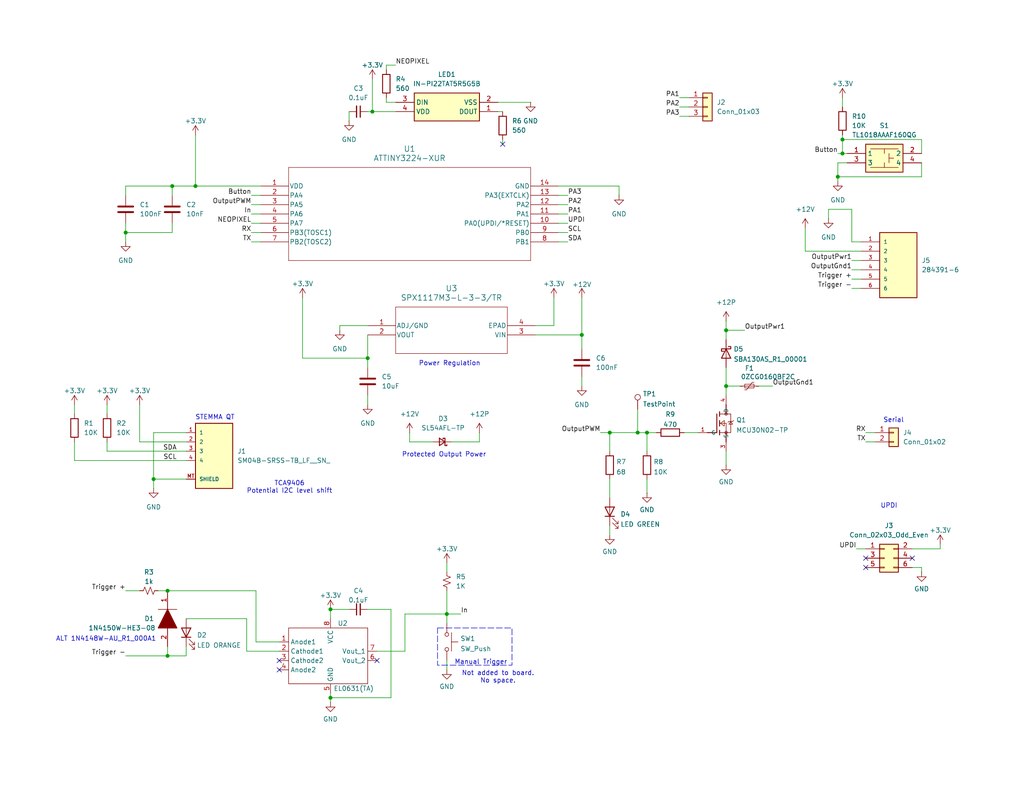
<source format=kicad_sch>
(kicad_sch (version 20231120) (generator "eeschema") (generator_version "8.0")
  (paper "USLetter")
  (title_block (title "Incipit11") (date "2025-03-05") (rev "A") (company "Department of Alchemy") (comment 1 "Designer: Jesse Peterson"))
  (lib_symbols
    (symbol "Connector:TestPoint" (pin_numbers hide) (pin_names (offset 0.762) hide)
      (property "Reference" "TP" (at 0 6.858 0))
      (property "Value" "TestPoint" (at 0 5.08 0))
      (symbol "TestPoint_0_1"
        (circle (center 0 3.302) (radius 0.762))
      )
      (symbol "TestPoint_1_1"
        (pin passive line (at 0 0 90) (length 2.54) (name "1") (number "1"))
      )
    )
    (symbol "Connector_Generic:Conn_01x02" (pin_names (offset 1.016) hide)
      (property "Reference" "J" (at 0 2.54 0))
      (property "Value" "Conn_01x02" (at 0 -5.08 0))
      (symbol "Conn_01x02_1_1"
        (rectangle (start -1.27 -2.413) (end 0 -2.667) (stroke (width 0.1524)))
        (rectangle (start -1.27 0.127) (end 0 -0.127) (stroke (width 0.1524)))
        (rectangle (start -1.27 1.27) (end 1.27 -3.81) (stroke (width 0.254)) (fill (type background)))
        (pin passive line (at -5.08 0 0) (length 3.81) (name "Pin_1") (number "1"))
        (pin passive line (at -5.08 -2.54 0) (length 3.81) (name "Pin_2") (number "2"))
      )
    )
    (symbol "Connector_Generic:Conn_01x03" (pin_names (offset 1.016) hide)
      (property "Reference" "J" (at 0 5.08 0))
      (property "Value" "Conn_01x03" (at 0 -5.08 0))
      (symbol "Conn_01x03_1_1"
        (rectangle (start -1.27 -2.413) (end 0 -2.667) (stroke (width 0.1524)))
        (rectangle (start -1.27 0.127) (end 0 -0.127) (stroke (width 0.1524)))
        (rectangle (start -1.27 2.667) (end 0 2.413) (stroke (width 0.1524)))
        (rectangle (start -1.27 3.81) (end 1.27 -3.81) (stroke (width 0.254)) (fill (type background)))
        (pin passive line (at -5.08 2.54 0) (length 3.81) (name "Pin_1") (number "1"))
        (pin passive line (at -5.08 0 0) (length 3.81) (name "Pin_2") (number "2"))
        (pin passive line (at -5.08 -2.54 0) (length 3.81) (name "Pin_3") (number "3"))
      )
    )
    (symbol "Connector_Generic:Conn_02x03_Odd_Even" (pin_names (offset 1.016) hide)
      (property "Reference" "J" (at 1.27 5.08 0))
      (property "Value" "Conn_02x03_Odd_Even" (at 1.27 -5.08 0))
      (symbol "Conn_02x03_Odd_Even_1_1"
        (rectangle (start -1.27 -2.413) (end 0 -2.667) (stroke (width 0.1524)))
        (rectangle (start -1.27 0.127) (end 0 -0.127) (stroke (width 0.1524)))
        (rectangle (start -1.27 2.667) (end 0 2.413) (stroke (width 0.1524)))
        (rectangle (start -1.27 3.81) (end 3.81 -3.81) (stroke (width 0.254)) (fill (type background)))
        (rectangle (start 3.81 -2.413) (end 2.54 -2.667) (stroke (width 0.1524)))
        (rectangle (start 3.81 0.127) (end 2.54 -0.127) (stroke (width 0.1524)))
        (rectangle (start 3.81 2.667) (end 2.54 2.413) (stroke (width 0.1524)))
        (pin passive line (at -5.08 2.54 0) (length 3.81) (name "Pin_1") (number "1"))
        (pin passive line (at 7.62 2.54 180) (length 3.81) (name "Pin_2") (number "2"))
        (pin passive line (at -5.08 0 0) (length 3.81) (name "Pin_3") (number "3"))
        (pin passive line (at 7.62 0 180) (length 3.81) (name "Pin_4") (number "4"))
        (pin passive line (at -5.08 -2.54 0) (length 3.81) (name "Pin_5") (number "5"))
        (pin passive line (at 7.62 -2.54 180) (length 3.81) (name "Pin_6") (number "6"))
      )
    )
    (symbol "Department of Alchemy:284391-6" (pin_names (offset 1.016))
      (property "Reference" "J" (at -5.58 10.16 0))
      (property "Value" "284391-6" (at -5.08 -10.16 0))
      (symbol "284391-6_0_0"
        (rectangle (start -5.08 -7.62) (end 5.08 10.16) (stroke (width 0.254)) (fill (type background)))
        (pin passive line (at -10.16 7.62 0) (length 5.08) (name "1") (number "1"))
        (pin passive line (at -10.16 5.08 0) (length 5.08) (name "2") (number "2"))
        (pin passive line (at -10.16 2.54 0) (length 5.08) (name "3") (number "3"))
        (pin passive line (at -10.16 0 0) (length 5.08) (name "4") (number "4"))
        (pin passive line (at -10.16 -2.54 0) (length 5.08) (name "5") (number "5"))
        (pin passive line (at -10.16 -5.08 0) (length 5.08) (name "6") (number "6"))
      )
    )
    (symbol "Department of Alchemy:ATTINY3224-XUR" (pin_names (offset 0.254))
      (property "Reference" "U" (at 40.64 10.16 0))
      (property "Value" "ATTINY3224-XUR" (at 40.64 7.62 0))
      (symbol "ATTINY3224-XUR_0_1"
        (polyline (pts (xy 7.62 -20.32) (xy 73.66 -20.32)) (stroke (width 0.127)))
        (polyline (pts (xy 7.62 5.08) (xy 7.62 -20.32)) (stroke (width 0.127)))
        (polyline (pts (xy 73.66 -20.32) (xy 73.66 5.08)) (stroke (width 0.127)))
        (polyline (pts (xy 73.66 5.08) (xy 7.62 5.08)) (stroke (width 0.127)))
        (pin power_in line (at 0 0 0) (length 7.62) (name "VDD") (number "1"))
        (pin bidirectional line (at 81.28 -10.16 180) (length 7.62) (name "PA0(UPDI/*RESET)") (number "10"))
        (pin bidirectional line (at 81.28 -7.62 180) (length 7.62) (name "PA1") (number "11"))
        (pin bidirectional line (at 81.28 -5.08 180) (length 7.62) (name "PA2") (number "12"))
        (pin bidirectional line (at 81.28 -2.54 180) (length 7.62) (name "PA3(EXTCLK)") (number "13"))
        (pin power_out line (at 81.28 0 180) (length 7.62) (name "GND") (number "14"))
        (pin bidirectional line (at 0 -2.54 0) (length 7.62) (name "PA4") (number "2"))
        (pin bidirectional line (at 0 -5.08 0) (length 7.62) (name "PA5") (number "3"))
        (pin bidirectional line (at 0 -7.62 0) (length 7.62) (name "PA6") (number "4"))
        (pin bidirectional line (at 0 -10.16 0) (length 7.62) (name "PA7") (number "5"))
        (pin bidirectional line (at 0 -12.7 0) (length 7.62) (name "PB3(TOSC1)") (number "6"))
        (pin bidirectional line (at 0 -15.24 0) (length 7.62) (name "PB2(TOSC2)") (number "7"))
        (pin bidirectional line (at 81.28 -15.24 180) (length 7.62) (name "PB1") (number "8"))
        (pin bidirectional line (at 81.28 -12.7 180) (length 7.62) (name "PB0") (number "9"))
      )
    )
    (symbol "Department of Alchemy:IN-PI22TAT5R5G5B"
      (property "Reference" "LED" (at 24.13 7.62 0))
      (property "Value" "IN-PI22TAT5R5G5B" (at 24.13 5.08 0))
      (symbol "IN-PI22TAT5R5G5B_1_1"
        (rectangle (start 5.08 2.54) (end 22.86 -5.08) (stroke (width 0.254)) (fill (type background)))
        (pin passive line (at 27.94 -2.54 180) (length 5.08) (name "DOUT") (number "1"))
        (pin passive line (at 27.94 0 180) (length 5.08) (name "VSS") (number "2"))
        (pin passive line (at 0 0 0) (length 5.08) (name "DIN") (number "3"))
        (pin passive line (at 0 -2.54 0) (length 5.08) (name "VDD") (number "4"))
      )
    )
    (symbol "Department of Alchemy:SM04B-SRSS-TB_LF__SN_" (pin_names (offset 1.016))
      (property "Reference" "J" (at -5.0831 8.1433 0))
      (property "Value" "SM04B-SRSS-TB_LF__SN_" (at -5.0835 -11.9557 0))
      (symbol "SM04B-SRSS-TB_LF__SN__0_0"
        (rectangle (start -5.08 7.62) (end 5.08 -10.16) (stroke (width 0.254)) (fill (type background)))
        (pin passive line (at -7.62 5.08 0) (length 2.54) (name "1") (number "1"))
        (pin passive line (at -7.62 2.54 0) (length 2.54) (name "2") (number "2"))
        (pin passive line (at -7.62 0 0) (length 2.54) (name "3") (number "3"))
        (pin passive line (at -7.62 -2.54 0) (length 2.54) (name "4") (number "4"))
      )
      (symbol "SM04B-SRSS-TB_LF__SN__1_0"
        (pin passive line (at -7.62 -7.62 0) (length 2.54) (name "SHIELD") (number "MT"))
        (pin passive line (at -7.62 -7.62 0) (length 2.54) (name "SHIELD") (number "MT"))
      )
    )
    (symbol "Department of Alchemy:SPX1117M3-L-3-3_TR" (pin_names (offset 0.254))
      (property "Reference" "U" (at 22.86 10.16 0))
      (property "Value" "SPX1117M3-L-3-3/TR" (at 22.86 7.62 0))
      (symbol "SPX1117M3-L-3-3_TR_0_1"
        (polyline (pts (xy 7.62 -7.62) (xy 38.1 -7.62)) (stroke (width 0.127)))
        (polyline (pts (xy 7.62 5.08) (xy 7.62 -7.62)) (stroke (width 0.127)))
        (polyline (pts (xy 38.1 -7.62) (xy 38.1 5.08)) (stroke (width 0.127)))
        (polyline (pts (xy 38.1 5.08) (xy 7.62 5.08)) (stroke (width 0.127)))
        (pin power_out line (at 0 0 0) (length 7.62) (name "ADJ/GND") (number "1"))
        (pin output line (at 0 -2.54 0) (length 7.62) (name "VOUT") (number "2"))
        (pin unspecified line (at 45.72 -2.54 180) (length 7.62) (name "VIN") (number "3"))
        (pin unspecified line (at 45.72 0 180) (length 7.62) (name "EPAD") (number "4"))
      )
    )
    (symbol "Department of Alchemy:TL1018AAAF160QG"
      (property "Reference" "S" (at 16.51 7.62 0))
      (property "Value" "TL1018AAAF160QG" (at 16.51 5.08 0))
      (symbol "TL1018AAAF160QG_0_1"
        (polyline (pts (xy 6.35 -3.81) (xy 13.97 -3.81) (xy 10.16 -3.81) (xy 10.16 -2.54)))
        (polyline (pts (xy 6.35 1.27) (xy 13.97 1.27) (xy 10.16 1.27) (xy 10.16 0)))
        (polyline (pts (xy 11.43 0) (xy 11.43 -2.54) (xy 11.43 -1.27) (xy 12.7 -1.27)))
      )
      (symbol "TL1018AAAF160QG_1_1"
        (rectangle (start 5.08 2.54) (end 15.24 -5.08) (stroke (width 0.254)) (fill (type background)))
        (pin passive line (at 0 0 0) (length 5.08) (name "1") (number "1"))
        (pin passive line (at 20.32 0 180) (length 5.08) (name "2") (number "2"))
        (pin passive line (at 0 -2.54 0) (length 5.08) (name "3") (number "3"))
        (pin passive line (at 20.32 -2.54 180) (length 5.08) (name "4") (number "4"))
      )
    )
    (symbol "Device:C" (pin_numbers hide) (pin_names (offset 0.254))
      (property "Reference" "C" (at 0.635 2.54 0))
      (property "Value" "C" (at 0.635 -2.54 0))
      (symbol "C_0_1"
        (polyline (pts (xy -2.032 -0.762) (xy 2.032 -0.762)) (stroke (width 0.508)))
        (polyline (pts (xy -2.032 0.762) (xy 2.032 0.762)) (stroke (width 0.508)))
      )
      (symbol "C_1_1"
        (pin passive line (at 0 3.81 270) (length 2.794) (name "~") (number "1"))
        (pin passive line (at 0 -3.81 90) (length 2.794) (name "~") (number "2"))
      )
    )
    (symbol "Device:C_Small" (pin_numbers hide) (pin_names (offset 0.254) hide)
      (property "Reference" "C" (at 0.254 1.778 0))
      (property "Value" "C_Small" (at 0.254 -2.032 0))
      (symbol "C_Small_0_1"
        (polyline (pts (xy -1.524 -0.508) (xy 1.524 -0.508)) (stroke (width 0.3302)))
        (polyline (pts (xy -1.524 0.508) (xy 1.524 0.508)) (stroke (width 0.3048)))
      )
      (symbol "C_Small_1_1"
        (pin passive line (at 0 2.54 270) (length 2.032) (name "~") (number "1"))
        (pin passive line (at 0 -2.54 90) (length 2.032) (name "~") (number "2"))
      )
    )
    (symbol "Device:D_Schottky" (pin_numbers hide) (pin_names (offset 1.016) hide)
      (property "Reference" "D" (at 0 2.54 0))
      (property "Value" "D_Schottky" (at 0 -2.54 0))
      (symbol "D_Schottky_0_1"
        (polyline (pts (xy 1.27 0) (xy -1.27 0)))
        (polyline (pts (xy 1.27 1.27) (xy 1.27 -1.27) (xy -1.27 0) (xy 1.27 1.27)) (stroke (width 0.254)))
        (polyline (pts (xy -1.905 0.635) (xy -1.905 1.27) (xy -1.27 1.27) (xy -1.27 -1.27) (xy -0.635 -1.27) (xy -0.635 -0.635)) (stroke (width 0.254)))
      )
      (symbol "D_Schottky_1_1"
        (pin passive line (at -3.81 0 0) (length 2.54) (name "K") (number "1"))
        (pin passive line (at 3.81 0 180) (length 2.54) (name "A") (number "2"))
      )
    )
    (symbol "Device:D_Schottky_Small" (pin_numbers hide) (pin_names (offset 0.254) hide)
      (property "Reference" "D" (at -1.27 2.032 0))
      (property "Value" "D_Schottky_Small" (at -7.112 -2.032 0))
      (symbol "D_Schottky_Small_0_1"
        (polyline (pts (xy -0.762 0) (xy 0.762 0)))
        (polyline (pts (xy 0.762 -1.016) (xy -0.762 0) (xy 0.762 1.016) (xy 0.762 -1.016)) (stroke (width 0.254)))
        (polyline (pts (xy -1.27 0.762) (xy -1.27 1.016) (xy -0.762 1.016) (xy -0.762 -1.016) (xy -0.254 -1.016) (xy -0.254 -0.762)) (stroke (width 0.254)))
      )
      (symbol "D_Schottky_Small_1_1"
        (pin passive line (at -2.54 0 0) (length 1.778) (name "K") (number "1"))
        (pin passive line (at 2.54 0 180) (length 1.778) (name "A") (number "2"))
      )
    )
    (symbol "Device:LED" (pin_numbers hide) (pin_names (offset 1.016) hide)
      (property "Reference" "D" (at 0 2.54 0))
      (property "Value" "LED" (at 0 -2.54 0))
      (symbol "LED_0_1"
        (polyline (pts (xy -1.27 -1.27) (xy -1.27 1.27)) (stroke (width 0.254)))
        (polyline (pts (xy -1.27 0) (xy 1.27 0)))
        (polyline (pts (xy 1.27 -1.27) (xy 1.27 1.27) (xy -1.27 0) (xy 1.27 -1.27)) (stroke (width 0.254)))
        (polyline (pts (xy -3.048 -0.762) (xy -4.572 -2.286) (xy -3.81 -2.286) (xy -4.572 -2.286) (xy -4.572 -1.524)))
        (polyline (pts (xy -1.778 -0.762) (xy -3.302 -2.286) (xy -2.54 -2.286) (xy -3.302 -2.286) (xy -3.302 -1.524)))
      )
      (symbol "LED_1_1"
        (pin passive line (at -3.81 0 0) (length 2.54) (name "K") (number "1"))
        (pin passive line (at 3.81 0 180) (length 2.54) (name "A") (number "2"))
      )
    )
    (symbol "Device:Polyfuse_Small" (pin_numbers hide) (pin_names (offset 0))
      (property "Reference" "F" (at -1.905 0 90))
      (property "Value" "Polyfuse_Small" (at 1.905 0 90))
      (symbol "Polyfuse_Small_0_1"
        (rectangle (start -0.508 1.27) (end 0.508 -1.27))
        (polyline (pts (xy 0 2.54) (xy 0 -2.54)))
        (polyline (pts (xy -1.016 1.27) (xy -1.016 0.762) (xy 1.016 -0.762) (xy 1.016 -1.27)))
      )
      (symbol "Polyfuse_Small_1_1"
        (pin passive line (at 0 2.54 270) (length 0.635) (name "~") (number "1"))
        (pin passive line (at 0 -2.54 90) (length 0.635) (name "~") (number "2"))
      )
    )
    (symbol "Device:R" (pin_numbers hide) (pin_names (offset 0))
      (property "Reference" "R" (at 2.032 0 90))
      (property "Value" "R" (at 0 0 90))
      (symbol "R_0_1"
        (rectangle (start -1.016 -2.54) (end 1.016 2.54) (stroke (width 0.254)))
      )
      (symbol "R_1_1"
        (pin passive line (at 0 3.81 270) (length 1.27) (name "~") (number "1"))
        (pin passive line (at 0 -3.81 90) (length 1.27) (name "~") (number "2"))
      )
    )
    (symbol "Device:R_Small_US" (pin_numbers hide) (pin_names (offset 0.254) hide)
      (property "Reference" "R" (at 0.762 0.508 0))
      (property "Value" "R_Small_US" (at 0.762 -1.016 0))
      (symbol "R_Small_US_1_1"
        (polyline (pts (xy 0 0) (xy 1.016 -0.381) (xy 0 -0.762) (xy -1.016 -1.143) (xy 0 -1.524)))
        (polyline (pts (xy 0 1.524) (xy 1.016 1.143) (xy 0 0.762) (xy -1.016 0.381) (xy 0 0)))
        (pin passive line (at 0 2.54 270) (length 1.016) (name "~") (number "1"))
        (pin passive line (at 0 -2.54 90) (length 1.016) (name "~") (number "2"))
      )
    )
    (symbol "EL0631(TA)_1"
      (property "Reference" "U" (at -10.16 -8.89 0))
      (property "Value" "EL0631(TA)" (at 6.35 -8.89 0))
      (symbol "EL0631(TA)_1_0_1"
        (rectangle (start -11.43 7.62) (end 10.16 -7.62))
      )
      (symbol "EL0631(TA)_1_1_1"
        (pin input line (at -13.97 3.81 0) (length 2.54) (name "Anode1") (number "1"))
        (pin input line (at -13.97 1.27 0) (length 2.54) (name "Cathode1") (number "2"))
        (pin input line (at -13.97 -1.27 0) (length 2.54) (name "Cathode2") (number "3"))
        (pin input line (at -13.97 -3.81 0) (length 2.54) (name "Anode2") (number "4"))
        (pin power_in line (at 0 -10.16 90) (length 2.54) (name "GND") (number "5"))
        (pin input line (at 12.7 -1.27 180) (length 2.54) (name "Vout_2") (number "6"))
        (pin input line (at 12.7 1.27 180) (length 2.54) (name "Vout_1") (number "7"))
        (pin power_in line (at 0 10.16 270) (length 2.54) (name "VCC") (number "8"))
      )
    )
    (symbol "Switch:SW_Push" (pin_numbers hide) (pin_names (offset 1.016) hide)
      (property "Reference" "SW" (at 1.27 2.54 0))
      (property "Value" "SW_Push" (at 0 -1.524 0))
      (symbol "SW_Push_0_1"
        (circle (center -2.032 0) (radius 0.508))
        (polyline (pts (xy 0 1.27) (xy 0 3.048)))
        (polyline (pts (xy 2.54 1.27) (xy -2.54 1.27)))
        (circle (center 2.032 0) (radius 0.508))
        (pin passive line (at -5.08 0 0) (length 2.54) (name "1") (number "1"))
        (pin passive line (at 5.08 0 180) (length 2.54) (name "2") (number "2"))
      )
    )
    (symbol "doa-symbol-library:FQD13N06LTM" (pin_names (offset 1.016))
      (property "Reference" "Q" (at 6.35 0 0))
      (property "Value" "FQD13N06LTM" (at 6.35 -2.54 0))
      (symbol "FQD13N06LTM_0_0"
        (polyline (pts (xy -2.54 -2.54) (xy 0 -2.54)) (stroke (width 0.254)))
        (polyline (pts (xy 0 2.54) (xy 0 -2.54)) (stroke (width 0.254)))
        (polyline (pts (xy 0.762 -2.54) (xy 0.762 -3.175)) (stroke (width 0.254)))
        (polyline (pts (xy 0.762 -1.905) (xy 0.762 -2.54)) (stroke (width 0.254)))
        (polyline (pts (xy 0.762 0) (xy 0.762 -0.762)) (stroke (width 0.254)))
        (polyline (pts (xy 0.762 0) (xy 2.54 0)) (stroke (width 0.1524)))
        (polyline (pts (xy 0.762 0.762) (xy 0.762 0)) (stroke (width 0.254)))
        (polyline (pts (xy 0.762 2.54) (xy 0.762 1.905)) (stroke (width 0.254)))
        (polyline (pts (xy 0.762 2.54) (xy 2.54 2.54)) (stroke (width 0.1524)))
        (polyline (pts (xy 0.762 3.175) (xy 0.762 2.54)) (stroke (width 0.254)))
        (polyline (pts (xy 2.54 -2.54) (xy 0.762 -2.54)) (stroke (width 0.1524)))
        (polyline (pts (xy 2.54 -2.54) (xy 2.54 -5.08)) (stroke (width 0.254)))
        (polyline (pts (xy 2.54 -2.54) (xy 3.81 -2.54)) (stroke (width 0.1524)))
        (polyline (pts (xy 2.54 0) (xy 2.54 -2.54)) (stroke (width 0.1524)))
        (polyline (pts (xy 2.54 2.54) (xy 3.81 2.54)) (stroke (width 0.1524)))
        (polyline (pts (xy 2.54 5.08) (xy 2.54 2.54)) (stroke (width 0.254)))
        (polyline (pts (xy 3.302 0.508) (xy 3.048 0.254)) (stroke (width 0.1524)))
        (polyline (pts (xy 3.81 0.508) (xy 3.302 0.508)) (stroke (width 0.1524)))
        (polyline (pts (xy 3.81 0.508) (xy 3.81 -2.54)) (stroke (width 0.1524)))
        (polyline (pts (xy 3.81 2.54) (xy 3.81 0.508)) (stroke (width 0.1524)))
        (polyline (pts (xy 4.318 0.508) (xy 3.81 0.508)) (stroke (width 0.1524)))
        (polyline (pts (xy 4.572 0.762) (xy 4.318 0.508)) (stroke (width 0.1524)))
        (polyline (pts (xy 1.016 0) (xy 2.032 0.762) (xy 2.032 -0.762) (xy 1.016 0)) (stroke (width 0.1524)) (fill (type background)))
        (polyline (pts (xy 3.81 0.508) (xy 3.302 -0.254) (xy 4.318 -0.254) (xy 3.81 0.508)) (stroke (width 0.1524)) (fill (type background)))
        (circle (center 2.54 -2.54) (radius 0.3556))
        (circle (center 2.54 2.54) (radius 0.3556))
        (pin passive line (at -5.08 -2.54 0) (length 2.54) (name "G") (number "1"))
        (pin passive line (at 2.54 -7.62 90) (length 2.54) (name "S") (number "3"))
        (pin passive line (at 2.54 7.62 270) (length 2.54) (name "D") (number "4"))
      )
    )
    (symbol "doa-symbol-library:S1GTR" (pin_names (offset 0.762))
      (property "Reference" "D" (at 6.35 6.35 0))
      (property "Value" "S1GTR" (at 6.35 3.81 0))
      (symbol "S1GTR_0_0"
        (pin passive line (at 0 0 0) (length 5.08) (name "~") (number "1"))
        (pin passive line (at 15.24 0 180) (length 5.08) (name "~") (number "2"))
      )
      (symbol "S1GTR_0_1"
        (polyline (pts (xy 5.08 2.54) (xy 5.08 -2.54)) (stroke (width 0.1524)))
        (polyline (pts (xy 5.08 0) (xy 10.16 2.54) (xy 10.16 -2.54) (xy 5.08 0)) (stroke (width 0.254)) (fill (type outline)))
      )
    )
    (symbol "power:+12P" (power) (pin_numbers hide) (pin_names (offset 0) hide)
      (property "Value" "+12P" (at 0 3.556 0))
      (symbol "+12P_0_1"
        (polyline (pts (xy -0.762 1.27) (xy 0 2.54)))
        (polyline (pts (xy 0 0) (xy 0 2.54)))
        (polyline (pts (xy 0 2.54) (xy 0.762 1.27)))
      )
      (symbol "+12P_1_1"
        (pin power_in line (at 0 0 90) (length 0) (name "~") (number "1"))
      )
    )
    (symbol "power:+12V" (power) (pin_numbers hide) (pin_names (offset 0) hide)
      (property "Value" "+12V" (at 0 3.556 0))
      (symbol "+12V_0_1"
        (polyline (pts (xy -0.762 1.27) (xy 0 2.54)))
        (polyline (pts (xy 0 0) (xy 0 2.54)))
        (polyline (pts (xy 0 2.54) (xy 0.762 1.27)))
      )
      (symbol "+12V_1_1"
        (pin power_in line (at 0 0 90) (length 0) (name "~") (number "1"))
      )
    )
    (symbol "power:+3.3V" (power) (pin_names (offset 0))
      (property "Value" "+3.3V" (at 0 3.556 0))
      (symbol "+3.3V_0_1"
        (polyline (pts (xy -0.762 1.27) (xy 0 2.54)))
        (polyline (pts (xy 0 0) (xy 0 2.54)))
        (polyline (pts (xy 0 2.54) (xy 0.762 1.27)))
      )
      (symbol "+3.3V_1_1"
        (pin power_in line (at 0 0 90) (length 0) hide (name "+3V3") (number "1"))
      )
    )
    (symbol "power:GND" (power) (pin_numbers hide) (pin_names (offset 0) hide)
      (property "Value" "GND" (at 0 -3.81 0))
      (symbol "GND_0_1"
        (polyline (pts (xy 0 0) (xy 0 -1.27) (xy 1.27 -1.27) (xy 0 -2.54) (xy -1.27 -1.27) (xy 0 -1.27)))
      )
      (symbol "GND_1_1"
        (pin power_in line (at 0 0 270) (length 0) (name "~") (number "1"))
      )
    )
  )
  (junction (at 173.99 118.11))
  (junction (at 41.91 130.81))
  (junction (at 90.17 190.5))
  (junction (at 90.17 166.37))
  (junction (at 34.29 63.5))
  (junction (at 166.37 118.11))
  (junction (at 176.53 118.11))
  (junction (at 158.75 91.44))
  (junction (at 46.99 50.8))
  (junction (at 45.72 179.07))
  (junction (at 198.12 90.17))
  (junction (at 45.72 161.29))
  (junction (at 100.33 97.79))
  (junction (at 101.6 30.48))
  (junction (at 198.12 105.41))
  (junction (at 121.92 167.64))
  (junction (at 53.34 50.8))
  (junction (at 228.6 48.26))
  (junction (at 229.87 41.91))
  (junction (at 229.87 38.1))
  (no_connect (at 76.2 180.34))
  (no_connect (at 236.22 154.94))
  (no_connect (at 76.2 182.88))
  (no_connect (at 248.92 152.4))
  (no_connect (at 102.87 180.34))
  (no_connect (at 236.22 152.4))
  (no_connect (at 137.16 39.37))
  (wire (pts (xy 158.75 91.44) (xy 158.75 81.28)))
  (wire (pts (xy 90.17 166.37) (xy 90.17 168.91)))
  (wire (pts (xy 34.29 63.5) (xy 34.29 66.04)))
  (wire (pts (xy 219.71 68.58) (xy 219.71 62.23)))
  (wire (pts (xy 105.41 27.94) (xy 107.95 27.94)))
  (wire (pts (xy 46.99 60.96) (xy 46.99 63.5)))
  (wire (pts (xy 101.6 21.59) (xy 101.6 30.48)))
  (wire (pts (xy 185.42 31.75) (xy 187.96 31.75)))
  (wire (pts (xy 90.17 190.5) (xy 90.17 191.77)))
  (wire (pts (xy 232.41 71.12) (xy 234.95 71.12)))
  (wire (pts (xy 152.4 50.8) (xy 168.91 50.8)))
  (wire (pts (xy 50.8 179.07) (xy 45.72 179.07)))
  (wire (pts (xy 234.95 68.58) (xy 219.71 68.58)))
  (wire (pts (xy 101.6 30.48) (xy 107.95 30.48)))
  (wire (pts (xy 152.4 63.5) (xy 154.94 63.5)))
  (wire (pts (xy 105.41 26.67) (xy 105.41 27.94)))
  (wire (pts (xy 198.12 100.33) (xy 198.12 105.41)))
  (wire (pts (xy 146.05 91.44) (xy 158.75 91.44)))
  (wire (pts (xy 151.13 88.9) (xy 151.13 81.28)))
  (wire (pts (xy 130.81 120.65) (xy 130.81 118.11)))
  (wire (pts (xy 231.14 44.45) (xy 228.6 44.45)))
  (wire (pts (xy 34.29 63.5) (xy 46.99 63.5)))
  (wire (pts (xy 68.58 58.42) (xy 71.12 58.42)))
  (wire (pts (xy 228.6 48.26) (xy 228.6 49.53)))
  (wire (pts (xy 185.42 29.21) (xy 187.96 29.21)))
  (wire (pts (xy 251.46 48.26) (xy 228.6 48.26)))
  (wire (pts (xy 232.41 57.15) (xy 226.06 57.15)))
  (wire (pts (xy 233.68 149.86) (xy 236.22 149.86)))
  (wire (pts (xy 137.16 39.37) (xy 137.16 38.1)))
  (wire (pts (xy 69.85 161.29) (xy 69.85 175.26)))
  (wire (pts (xy 100.33 166.37) (xy 106.68 166.37)))
  (wire (pts (xy 100.33 30.48) (xy 101.6 30.48)))
  (wire (pts (xy 121.92 167.64) (xy 125.73 167.64)))
  (wire (pts (xy 121.92 153.67) (xy 121.92 156.21)))
  (wire (pts (xy 102.87 177.8) (xy 110.49 177.8)))
  (wire (pts (xy 68.58 60.96) (xy 71.12 60.96)))
  (wire (pts (xy 29.21 110.49) (xy 29.21 113.03)))
  (wire (pts (xy 46.99 53.34) (xy 46.99 50.8)))
  (wire (pts (xy 226.06 57.15) (xy 226.06 59.69)))
  (wire (pts (xy 198.12 90.17) (xy 198.12 92.71)))
  (wire (pts (xy 67.31 168.91) (xy 50.8 168.91)))
  (wire (pts (xy 198.12 123.19) (xy 198.12 127)))
  (wire (pts (xy 45.72 179.07) (xy 34.29 179.07)))
  (wire (pts (xy 105.41 17.78) (xy 105.41 19.05)))
  (wire (pts (xy 232.41 78.74) (xy 234.95 78.74)))
  (wire (pts (xy 232.41 73.66) (xy 234.95 73.66)))
  (wire (pts (xy 135.89 27.94) (xy 144.78 27.94)))
  (wire (pts (xy 68.58 55.88) (xy 71.12 55.88)))
  (wire (pts (xy 76.2 177.8) (xy 67.31 177.8)))
  (wire (pts (xy 68.58 66.04) (xy 71.12 66.04)))
  (wire (pts (xy 69.85 175.26) (xy 76.2 175.26)))
  (wire (pts (xy 229.87 41.91) (xy 231.14 41.91)))
  (wire (pts (xy 173.99 118.11) (xy 176.53 118.11)))
  (wire (pts (xy 229.87 38.1) (xy 229.87 41.91)))
  (wire (pts (xy 100.33 97.79) (xy 82.55 97.79)))
  (wire (pts (xy 166.37 118.11) (xy 173.99 118.11)))
  (wire (pts (xy 41.91 118.11) (xy 41.91 130.81)))
  (wire (pts (xy 50.8 118.11) (xy 41.91 118.11)))
  (wire (pts (xy 20.32 110.49) (xy 20.32 113.03)))
  (wire (pts (xy 234.95 66.04) (xy 232.41 66.04)))
  (wire (pts (xy 166.37 123.19) (xy 166.37 118.11)))
  (wire (pts (xy 176.53 118.11) (xy 176.53 123.19)))
  (wire (pts (xy 34.29 50.8) (xy 46.99 50.8)))
  (wire (pts (xy 106.68 166.37) (xy 106.68 190.5)))
  (wire (pts (xy 43.18 161.29) (xy 45.72 161.29)))
  (wire (pts (xy 68.58 63.5) (xy 71.12 63.5)))
  (wire (pts (xy 20.32 125.73) (xy 20.32 120.65)))
  (wire (pts (xy 95.25 30.48) (xy 95.25 33.02)))
  (wire (pts (xy 248.92 154.94) (xy 251.46 154.94)))
  (wire (pts (xy 41.91 130.81) (xy 50.8 130.81)))
  (wire (pts (xy 90.17 189.23) (xy 90.17 190.5)))
  (wire (pts (xy 229.87 26.67) (xy 229.87 29.21)))
  (wire (pts (xy 100.33 88.9) (xy 92.71 88.9)))
  (wire (pts (xy 229.87 36.83) (xy 229.87 38.1)))
  (wire (pts (xy 29.21 123.19) (xy 50.8 123.19)))
  (wire (pts (xy 207.01 105.41) (xy 210.82 105.41)))
  (wire (pts (xy 198.12 105.41) (xy 198.12 107.95)))
  (wire (pts (xy 173.99 111.76) (xy 173.99 118.11)))
  (wire (pts (xy 45.72 176.53) (xy 45.72 179.07)))
  (wire (pts (xy 152.4 55.88) (xy 154.94 55.88)))
  (wire (pts (xy 121.92 161.29) (xy 121.92 167.64)))
  (wire (pts (xy 152.4 66.04) (xy 154.94 66.04)))
  (wire (pts (xy 100.33 100.33) (xy 100.33 97.79)))
  (wire (pts (xy 158.75 91.44) (xy 158.75 95.25)))
  (wire (pts (xy 163.83 118.11) (xy 166.37 118.11)))
  (wire (pts (xy 111.76 120.65) (xy 118.11 120.65)))
  (wire (pts (xy 251.46 41.91) (xy 251.46 38.1)))
  (wire (pts (xy 248.92 149.86) (xy 256.54 149.86)))
  (wire (pts (xy 53.34 50.8) (xy 53.34 36.83)))
  (wire (pts (xy 186.69 118.11) (xy 190.5 118.11)))
  (wire (pts (xy 34.29 60.96) (xy 34.29 63.5)))
  (wire (pts (xy 34.29 161.29) (xy 38.1 161.29)))
  (wire (pts (xy 123.19 120.65) (xy 130.81 120.65)))
  (wire (pts (xy 121.92 180.34) (xy 121.92 182.88)))
  (wire (pts (xy 53.34 50.8) (xy 71.12 50.8)))
  (wire (pts (xy 67.31 177.8) (xy 67.31 168.91)))
  (wire (pts (xy 152.4 58.42) (xy 154.94 58.42)))
  (wire (pts (xy 236.22 118.11) (xy 238.76 118.11)))
  (wire (pts (xy 158.75 102.87) (xy 158.75 105.41)))
  (wire (pts (xy 251.46 154.94) (xy 251.46 156.21)))
  (wire (pts (xy 232.41 66.04) (xy 232.41 57.15)))
  (wire (pts (xy 92.71 88.9) (xy 92.71 90.17)))
  (wire (pts (xy 251.46 44.45) (xy 251.46 48.26)))
  (wire (pts (xy 20.32 125.73) (xy 50.8 125.73)))
  (wire (pts (xy 100.33 107.95) (xy 100.33 110.49)))
  (wire (pts (xy 90.17 166.37) (xy 95.25 166.37)))
  (wire (pts (xy 107.95 17.78) (xy 105.41 17.78)))
  (wire (pts (xy 251.46 38.1) (xy 229.87 38.1)))
  (wire (pts (xy 228.6 44.45) (xy 228.6 48.26)))
  (wire (pts (xy 166.37 130.81) (xy 166.37 135.89)))
  (wire (pts (xy 82.55 97.79) (xy 82.55 81.28)))
  (wire (pts (xy 228.6 41.91) (xy 229.87 41.91)))
  (wire (pts (xy 176.53 118.11) (xy 179.07 118.11)))
  (wire (pts (xy 168.91 50.8) (xy 168.91 53.34)))
  (wire (pts (xy 106.68 190.5) (xy 90.17 190.5)))
  (wire (pts (xy 185.42 26.67) (xy 187.96 26.67)))
  (wire (pts (xy 111.76 118.11) (xy 111.76 120.65)))
  (wire (pts (xy 198.12 87.63) (xy 198.12 90.17)))
  (wire (pts (xy 198.12 105.41) (xy 201.93 105.41)))
  (wire (pts (xy 29.21 123.19) (xy 29.21 120.65)))
  (wire (pts (xy 38.1 120.65) (xy 38.1 110.49)))
  (wire (pts (xy 236.22 120.65) (xy 238.76 120.65)))
  (wire (pts (xy 135.89 30.48) (xy 137.16 30.48)))
  (wire (pts (xy 41.91 130.81) (xy 41.91 133.35)))
  (wire (pts (xy 50.8 176.53) (xy 50.8 179.07)))
  (wire (pts (xy 176.53 130.81) (xy 176.53 134.62)))
  (wire (pts (xy 38.1 120.65) (xy 50.8 120.65)))
  (wire (pts (xy 166.37 146.05) (xy 166.37 143.51)))
  (wire (pts (xy 68.58 53.34) (xy 71.12 53.34)))
  (wire (pts (xy 256.54 149.86) (xy 256.54 148.59)))
  (wire (pts (xy 110.49 167.64) (xy 121.92 167.64)))
  (wire (pts (xy 100.33 91.44) (xy 100.33 97.79)))
  (wire (pts (xy 34.29 53.34) (xy 34.29 50.8)))
  (wire (pts (xy 146.05 88.9) (xy 151.13 88.9)))
  (wire (pts (xy 152.4 60.96) (xy 154.94 60.96)))
  (wire (pts (xy 232.41 76.2) (xy 234.95 76.2)))
  (wire (pts (xy 45.72 161.29) (xy 69.85 161.29)))
  (wire (pts (xy 46.99 50.8) (xy 53.34 50.8)))
  (wire (pts (xy 110.49 177.8) (xy 110.49 167.64)))
  (wire (pts (xy 152.4 53.34) (xy 154.94 53.34)))
  (wire (pts (xy 121.92 170.18) (xy 121.92 167.64)))
  (wire (pts (xy 198.12 90.17) (xy 203.2 90.17)))
  (rectangle (start 119.38 171.45) (end 139.7 181.61) (stroke (width 0) (type dash)))
  (text "UPDI" (at 242.57 138.176 0) (effects (font (size 1.27 1.27))))
  (text "ALT 1N4148W-AU_R1_000A1" (at 15.24 175.26 0) (effects (font (size 1.27 1.27)) (justify left bottom)))
  (text "Manual Trigger" (at 138.43 181.61 0) (effects (font (size 1.27 1.27)) (justify right bottom)))
  (text "STEMMA QT" (at 58.674 114.046 0) (effects (font (size 1.27 1.27))))
  (text "TCA9406\nPotential I2C level shift" (at 78.994 133.096 0) (effects (font (size 1.27 1.27))))
  (text "Power Regulation" (at 122.682 99.314 0) (effects (font (size 1.27 1.27))))
  (text "Protected Output Power" (at 121.158 124.206 0) (effects (font (size 1.27 1.27))))
  (text "Serial\n" (at 243.84 114.808 0) (effects (font (size 1.27 1.27))))
  (text "Not added to board.\nNo space." (at 135.89 184.912 0) (effects (font (size 1.27 1.27))))
  (label "OutputPwr1" (at 203.2 90.17 0))
  (label "PA2" (at 185.42 29.21 180))
  (label "OutputPwr1" (at 232.41 71.12 180))
  (label "SCL" (at 154.94 63.5 0))
  (label "TX" (at 236.22 120.65 180))
  (label "PA2" (at 154.94 55.88 0))
  (label "OutputPWM" (at 163.83 118.11 180))
  (label "In" (at 125.73 167.64 0))
  (label "PA1" (at 154.94 58.42 0))
  (label "OutputGnd1" (at 232.41 73.66 180))
  (label "SDA" (at 154.94 66.04 0))
  (label "OutputGnd1" (at 210.82 105.41 0))
  (label "NEOPIXEL" (at 68.58 60.96 180))
  (label "Trigger -" (at 34.29 179.07 180))
  (label "RX" (at 236.22 118.11 180))
  (label "Button" (at 68.58 53.34 180))
  (label "PA3" (at 185.42 31.75 180))
  (label "SDA" (at 48.26 123.19 180))
  (label "Trigger +" (at 34.29 161.29 180))
  (label "TX" (at 68.58 66.04 180))
  (label "RX" (at 68.58 63.5 180))
  (label "Trigger +" (at 232.41 76.2 180))
  (label "UPDI" (at 154.94 60.96 0))
  (label "SCL" (at 48.26 125.73 180))
  (label "UPDI" (at 233.68 149.86 180))
  (label "PA3" (at 154.94 53.34 0))
  (label "Trigger -" (at 232.41 78.74 180))
  (label "Button" (at 228.6 41.91 180))
  (label "PA1" (at 185.42 26.67 180))
  (label "In" (at 68.58 58.42 180))
  (label "OutputPWM" (at 68.58 55.88 180))
  (label "NEOPIXEL" (at 107.95 17.78 0))
  (symbol (lib_id "doa-symbol-library:S1GTR") (at 45.72 161.29 270) (unit 1)
    (property "Reference" "D1" (at 39.37 168.91 90) (effects (justify left)))
    (property "Value" "1N4150W-HE3-08" (at 24.13 171.45 90) (effects (justify left)))
    (property "Footprint" "Diode_SMD:D_SOD-123" (effects (hide yes)))
    (property "Datasheet" "https://www.digikey.com/product-detail/en/smc-diode-solutions/S1GTR/1655-1504-1-ND/6022949" (effects (hide yes)))
    (property "Description" "Diode Standard 400V 1A Surface Mount SMA (DO-214AC)" (effects (hide yes)))
    (property "Height" "2.95" (effects (hide yes)))
    (property "Manufacturer_Name" "SMC Diode Solutions" (effects (hide yes)))
    (property "Manufacturer_Part_Number" "S1GTR" (effects (hide yes)))
  )
  (symbol (lib_id "power:+3.3V") (at 38.1 110.49 0) (unit 1)
    (property "Reference" "#PWR04" (effects (hide yes)))
    (property "Value" "+3.3V" (at 38.1 106.68 0))
  )
  (symbol (lib_id "Device:LED") (at 166.37 139.7 90) (unit 1)
    (property "Reference" "D4" (at 169.291 140.379 90) (effects (justify right)))
    (property "Value" "LED GREEN" (at 169.291 143.1541 90) (effects (justify right)))
    (property "Footprint" "LED_SMD:LED_0603_1608Metric" (effects (hide yes)))
  )
  (symbol (lib_id "Connector_Generic:Conn_01x02") (at 243.84 118.11 0) (unit 1)
    (property "Reference" "J4" (at 246.38 118.1099 0) (effects (justify left)))
    (property "Value" "Conn_01x02" (at 246.38 120.6499 0) (effects (justify left)))
    (property "Footprint" "Connector_PinHeader_2.54mm:PinHeader_1x02_P2.54mm_Vertical" (effects (hide yes)))
    (property "Description" "Generic connector, single row, 01x02, script generated (kicad-library-utils/schlib/autogen/connector/)" (effects (hide yes)))
  )
  (symbol (lib_id "power:GND") (at 168.91 53.34 0) (unit 1)
    (property "Reference" "#PWR023" (effects (hide yes)))
    (property "Value" "GND" (at 168.91 58.42 0))
    (property "Description" "Power symbol creates a global label with name \"GND\" , ground" (effects (hide yes)))
  )
  (symbol (lib_id "power:GND") (at 166.37 146.05 0) (unit 1)
    (property "Reference" "#PWR022" (effects (hide yes)))
    (property "Value" "GND" (at 166.37 150.6125 0))
  )
  (symbol (lib_id "power:+12V") (at 219.71 62.23 0) (unit 1)
    (property "Reference" "#PWR027" (effects (hide yes)))
    (property "Value" "+12V" (at 219.71 57.15 0))
    (property "Description" "Power symbol creates a global label with name \"+12V\"" (effects (hide yes)))
  )
  (symbol (lib_id "Device:R") (at 176.53 127 0) (unit 1)
    (property "Reference" "R8" (at 178.308 126.0915 0) (effects (justify left)))
    (property "Value" "10K" (at 178.308 128.8666 0) (effects (justify left)))
    (property "Footprint" "Resistor_SMD:R_0603_1608Metric" (effects (hide yes)))
  )
  (symbol (lib_id "power:+3.3V") (at 256.54 148.59 0) (unit 1)
    (property "Reference" "#PWR032" (effects (hide yes)))
    (property "Value" "+3.3V" (at 256.54 144.78 0))
  )
  (symbol (lib_name "EL0631(TA)_1") (lib_id "Department of Alchemy:EL0631(TA)") (at 90.17 179.07 0) (unit 1)
    (property "Reference" "U2" (at 92.1259 170.18 0) (effects (justify left)))
    (property "Value" "EL0631(TA)" (at 96.52 187.96 0))
    (property "Footprint" "Department of Alchemy:EL0631(TA)-SOP-8_3.9x4.9mm_P1.27mm" (effects (hide yes)))
    (property "Datasheet" "https://everlightamericas.com/index.php?controller=attachment&id_attachment=2996" (effects (hide yes)))
  )
  (symbol (lib_id "power:GND") (at 251.46 156.21 0) (unit 1)
    (property "Reference" "#PWR031" (effects (hide yes)))
    (property "Value" "GND" (at 251.46 160.7725 0))
  )
  (symbol (lib_id "Connector_Generic:Conn_02x03_Odd_Even") (at 241.3 152.4 0) (unit 1)
    (property "Reference" "J3" (at 242.57 143.51 0))
    (property "Value" "Conn_02x03_Odd_Even" (at 242.57 146.05 0))
    (property "Footprint" "Connector_PinHeader_2.54mm:PinHeader_2x03_P2.54mm_Vertical" (effects (hide yes)))
    (property "Description" "Generic connector, double row, 02x03, odd/even pin numbering scheme (row 1 odd numbers, row 2 even numbers), script generated (kicad-library-utils/schlib/autogen/connector/)" (effects (hide yes)))
  )
  (symbol (lib_id "Department of Alchemy:ATTINY3224-XUR") (at 71.12 50.8 0) (unit 1)
    (property "Reference" "U1" (at 111.76 40.64 0) (effects (font (size 1.524 1.524))))
    (property "Value" "ATTINY3224-XUR" (at 111.76 43.18 0) (effects (font (size 1.524 1.524))))
    (property "Footprint" "Department of Alchemy:TSSOP14_ST_MCH" (effects (hide yes)))
    (property "Datasheet" "ATTINY3224-XUR" (effects (hide yes)))
    (property "Description" "AVR tinyAVR® 2 Microcontroller IC 8-Bit 20MHz 32KB (32K x 8) FLASH 14-TSSOP" (effects (hide yes)))
  )
  (symbol (lib_id "power:+3.3V") (at 151.13 81.28 0) (unit 1)
    (property "Reference" "#PWR019" (effects (hide yes)))
    (property "Value" "+3.3V" (at 151.13 77.47 0))
  )
  (symbol (lib_id "Device:R") (at 20.32 116.84 0) (unit 1)
    (property "Reference" "R1" (at 22.86 115.5699 0) (effects (justify left)))
    (property "Value" "10K" (at 22.86 118.1099 0) (effects (justify left)))
    (property "Footprint" "Resistor_SMD:R_0603_1608Metric" (effects (hide yes)))
    (property "Description" "Resistor" (effects (hide yes)))
  )
  (symbol (lib_id "power:+3.3V") (at 29.21 110.49 0) (unit 1)
    (property "Reference" "#PWR02" (effects (hide yes)))
    (property "Value" "+3.3V" (at 29.21 106.68 0))
  )
  (symbol (lib_id "Department of Alchemy:SPX1117M3-L-3-3_TR") (at 100.33 88.9 0) (unit 1)
    (property "Reference" "U3" (at 123.19 78.74 0) (effects (font (size 1.524 1.524))))
    (property "Value" "SPX1117M3-L-3-3/TR" (at 123.19 81.28 0) (effects (font (size 1.524 1.524))))
    (property "Footprint" "Department of Alchemy:SOT223-3_MXL" (effects (hide yes)))
    (property "Datasheet" "SPX1117M3-L-3-3/TR" (effects (hide yes)))
    (property "Description" "IC REG LIN 3.3V 800MA SOT-223-3" (effects (hide yes)))
  )
  (symbol (lib_id "Department of Alchemy:IN-PI22TAT5R5G5B") (at 107.95 27.94 0) (unit 1)
    (property "Reference" "LED1" (at 121.92 20.32 0))
    (property "Value" "IN-PI22TAT5R5G5B" (at 121.92 22.86 0))
    (property "Footprint" "Department of Alchemy:INPI22TAT5R5G5B" (effects (hide yes)))
    (property "Datasheet" "https://datasheet.datasheetarchive.com/originals/distributors/DKDS41/DSANUWW0022883.pdf" (effects (hide yes)))
    (property "Description" "Standard LEDs - SMD Top View / PLCC / 2.4 x 2.7 x 1.1 / 4-pin / Tricolor with IC" (effects (hide yes)))
    (property "Height" "1.1" (effects (hide yes)))
    (property "Mouser Part Number" "743-IN-PI22TAT5R5G5B" (effects (hide yes)))
    (property "Mouser Price/Stock" "https://www.mouser.co.uk/ProductDetail/Inolux/IN-PI22TAT5R5G5B?qs=mAH9sUMRCts0PRrjaGL0Aw%3D%3D" (effects (hide yes)))
    (property "Manufacturer_Name" "Inolux" (effects (hide yes)))
    (property "Manufacturer_Part_Number" "IN-PI22TAT5R5G5B" (effects (hide yes)))
  )
  (symbol (lib_id "power:GND") (at 95.25 33.02 0) (unit 1)
    (property "Reference" "#PWR011" (effects (hide yes)))
    (property "Value" "GND" (at 95.25 38.1 0))
  )
  (symbol (lib_id "power:+3.3V") (at 20.32 110.49 0) (unit 1)
    (property "Reference" "#PWR01" (effects (hide yes)))
    (property "Value" "+3.3V" (at 20.32 106.68 0))
  )
  (symbol (lib_id "Device:R") (at 229.87 33.02 180) (unit 1)
    (property "Reference" "R10" (at 232.41 31.7499 0) (effects (justify right)))
    (property "Value" "10K" (at 232.41 34.2899 0) (effects (justify right)))
    (property "Footprint" "Resistor_SMD:R_0603_1608Metric" (effects (hide yes)))
  )
  (symbol (lib_id "Device:LED") (at 50.8 172.72 90) (unit 1)
    (property "Reference" "D2" (at 53.721 173.399 90) (effects (justify right)))
    (property "Value" "LED ORANGE" (at 53.721 176.1741 90) (effects (justify right)))
    (property "Footprint" "LED_SMD:LED_0603_1608Metric" (effects (hide yes)))
  )
  (symbol (lib_id "power:+3.3V") (at 90.17 166.37 0) (unit 1)
    (property "Reference" "#PWR08" (effects (hide yes)))
    (property "Value" "+3.3V" (at 90.17 162.56 0))
  )
  (symbol (lib_id "Device:Polyfuse_Small") (at 204.47 105.41 90) (unit 1)
    (property "Reference" "F1" (at 204.47 100.5545 90))
    (property "Value" "0ZCG0160BF2C" (at 209.55 102.87 90))
    (property "Footprint" "Department of Alchemy:Fuse_1812_4532Metric" (effects (hide yes)))
  )
  (symbol (lib_id "power:GND") (at 198.12 127 0) (unit 1)
    (property "Reference" "#PWR026" (effects (hide yes)))
    (property "Value" "GND" (at 198.12 131.5625 0))
  )
  (symbol (lib_id "Device:R_Small_US") (at 40.64 161.29 270) (unit 1)
    (property "Reference" "R3" (at 40.64 156.21 90))
    (property "Value" "1k" (at 40.64 158.75 90))
    (property "Footprint" "Resistor_SMD:R_0603_1608Metric" (effects (hide yes)))
  )
  (symbol (lib_id "power:+3.3V") (at 101.6 21.59 0) (unit 1)
    (property "Reference" "#PWR013" (effects (hide yes)))
    (property "Value" "+3.3V" (at 101.6 17.78 0))
  )
  (symbol (lib_id "Device:C_Small") (at 97.79 30.48 270) (unit 1)
    (property "Reference" "C3" (at 97.7836 24.13 90))
    (property "Value" "0.1uF" (at 97.7836 26.67 90))
    (property "Footprint" "Capacitor_SMD:C_0603_1608Metric" (effects (hide yes)))
  )
  (symbol (lib_id "Device:D_Schottky") (at 198.12 96.52 270) (unit 1)
    (property "Reference" "D5" (at 200.152 95.294 90) (effects (justify left)))
    (property "Value" "SBA130AS_R1_00001" (at 200.152 98.0691 90) (effects (justify left)))
    (property "Footprint" "Diode_SMD:D_SOD-123" (effects (hide yes)))
  )
  (symbol (lib_id "power:GND") (at 92.71 90.17 0) (unit 1)
    (property "Reference" "#PWR010" (effects (hide yes)))
    (property "Value" "GND" (at 92.71 95.25 0))
    (property "Description" "Power symbol creates a global label with name \"GND\" , ground" (effects (hide yes)))
  )
  (symbol (lib_id "power:GND") (at 34.29 66.04 0) (unit 1)
    (property "Reference" "#PWR03" (effects (hide yes)))
    (property "Value" "GND" (at 34.29 71.12 0))
    (property "Description" "Power symbol creates a global label with name \"GND\" , ground" (effects (hide yes)))
  )
  (symbol (lib_id "Connector_Generic:Conn_01x03") (at 193.04 29.21 0) (unit 1)
    (property "Reference" "J2" (at 195.58 27.9399 0) (effects (justify left)))
    (property "Value" "Conn_01x03" (at 195.58 30.4799 0) (effects (justify left)))
    (property "Footprint" "Connector_PinHeader_2.54mm:PinHeader_1x03_P2.54mm_Vertical" (effects (hide yes)))
    (property "Description" "Generic connector, single row, 01x03, script generated (kicad-library-utils/schlib/autogen/connector/)" (effects (hide yes)))
  )
  (symbol (lib_id "Device:C_Small") (at 97.79 166.37 90) (unit 1)
    (property "Reference" "C4" (at 97.7963 161.29 90))
    (property "Value" "0.1uF" (at 97.7963 163.83 90))
    (property "Footprint" "Capacitor_SMD:C_0603_1608Metric" (effects (hide yes)))
  )
  (symbol (lib_id "power:+12P") (at 198.12 87.63 0) (unit 1)
    (property "Reference" "#PWR025" (effects (hide yes)))
    (property "Value" "+12P" (at 198.12 82.55 0))
    (property "Description" "Power symbol creates a global label with name \"+12P\"" (effects (hide yes)))
  )
  (symbol (lib_id "Device:R") (at 182.88 118.11 90) (unit 1)
    (property "Reference" "R9" (at 182.88 113.1275 90))
    (property "Value" "470" (at 182.88 115.9026 90))
    (property "Footprint" "Resistor_SMD:R_0603_1608Metric" (effects (hide yes)))
  )
  (symbol (lib_id "power:+12V") (at 111.76 118.11 0) (unit 1)
    (property "Reference" "#PWR014" (effects (hide yes)))
    (property "Value" "+12V" (at 111.76 113.03 0))
    (property "Description" "Power symbol creates a global label with name \"+12V\"" (effects (hide yes)))
  )
  (symbol (lib_id "Device:R_Small_US") (at 121.92 158.75 180) (unit 1)
    (property "Reference" "R5" (at 125.73 157.48 0))
    (property "Value" "1K" (at 125.73 160.02 0))
    (property "Footprint" "Resistor_SMD:R_0603_1608Metric" (effects (hide yes)))
  )
  (symbol (lib_id "power:GND") (at 41.91 133.35 0) (unit 1)
    (property "Reference" "#PWR05" (effects (hide yes)))
    (property "Value" "GND" (at 41.91 138.43 0))
    (property "Description" "Power symbol creates a global label with name \"GND\" , ground" (effects (hide yes)))
  )
  (symbol (lib_id "power:+3.3V") (at 82.55 81.28 0) (unit 1)
    (property "Reference" "#PWR07" (effects (hide yes)))
    (property "Value" "+3.3V" (at 82.55 77.47 0))
  )
  (symbol (lib_id "power:+3.3V") (at 53.34 36.83 0) (unit 1)
    (property "Reference" "#PWR06" (effects (hide yes)))
    (property "Value" "+3.3V" (at 53.34 33.02 0))
  )
  (symbol (lib_id "power:GND") (at 121.92 182.88 0) (unit 1)
    (property "Reference" "#PWR016" (effects (hide yes)))
    (property "Value" "GND" (at 121.92 187.4425 0))
  )
  (symbol (lib_id "power:+3.3V") (at 229.87 26.67 0) (unit 1)
    (property "Reference" "#PWR030" (effects (hide yes)))
    (property "Value" "+3.3V" (at 229.87 22.86 0))
  )
  (symbol (lib_id "power:+12V") (at 158.75 81.28 0) (unit 1)
    (property "Reference" "#PWR020" (effects (hide yes)))
    (property "Value" "+12V" (at 158.75 77.6755 0))
  )
  (symbol (lib_id "Device:R") (at 105.41 22.86 180) (unit 1)
    (property "Reference" "R4" (at 107.95 21.5899 0) (effects (justify right)))
    (property "Value" "560" (at 107.95 24.1299 0) (effects (justify right)))
    (property "Footprint" "Resistor_SMD:R_0603_1608Metric" (effects (hide yes)))
    (property "Description" "Resistor" (effects (hide yes)))
  )
  (symbol (lib_id "power:+12P") (at 130.81 118.11 0) (unit 1)
    (property "Reference" "#PWR017" (effects (hide yes)))
    (property "Value" "+12P" (at 130.81 113.03 0))
    (property "Description" "Power symbol creates a global label with name \"+12P\"" (effects (hide yes)))
  )
  (symbol (lib_id "power:GND") (at 176.53 134.62 0) (unit 1)
    (property "Reference" "#PWR024" (effects (hide yes)))
    (property "Value" "GND" (at 176.53 139.1825 0))
  )
  (symbol (lib_id "Department of Alchemy:TL1018AAAF160QG") (at 231.14 41.91 0) (unit 1)
    (property "Reference" "S1" (at 241.3 34.29 0))
    (property "Value" "TL1018AAAF160QG" (at 241.3 36.83 0))
    (property "Footprint" "Department of Alchemy:TL1018AAAF160QG" (effects (hide yes)))
    (property "Datasheet" "https://configured-product-images.s3.amazonaws.com/2D/specs/TL1018AAAF160QG.pdf" (effects (hide yes)))
    (property "Description" "TACT, 50mA, 12VDC SPST-NO, Off-(On) Surface Mount" (effects (hide yes)))
    (property "Height" "1.65" (effects (hide yes)))
    (property "Mouser Part Number" "612-TL1018AAAF160QG" (effects (hide yes)))
    (property "Mouser Price/Stock" "https://www.mouser.co.uk/ProductDetail/E-Switch/TL1018AAAF160QG?qs=jRuttqqUwMRw%252BblOwXCJ2g%3D%3D" (effects (hide yes)))
    (property "Manufacturer_Name" "E-Switch" (effects (hide yes)))
    (property "Manufacturer_Part_Number" "TL1018AAAF160QG" (effects (hide yes)))
  )
  (symbol (lib_id "Device:R") (at 137.16 34.29 180) (unit 1)
    (property "Reference" "R6" (at 139.7 33.0199 0) (effects (justify right)))
    (property "Value" "560" (at 139.7 35.5599 0) (effects (justify right)))
    (property "Footprint" "Resistor_SMD:R_0603_1608Metric" (effects (hide yes)))
    (property "Description" "Resistor" (effects (hide yes)))
  )
  (symbol (lib_id "power:GND") (at 226.06 59.69 0) (unit 1)
    (property "Reference" "#PWR028" (effects (hide yes)))
    (property "Value" "GND" (at 226.06 64.77 0))
    (property "Description" "Power symbol creates a global label with name \"GND\" , ground" (effects (hide yes)))
  )
  (symbol (lib_id "Device:D_Schottky_Small") (at 120.65 120.65 180) (unit 1)
    (property "Reference" "D3" (at 120.904 114.3 0))
    (property "Value" "SL54AFL-TP" (at 120.904 116.84 0))
    (property "Footprint" "Department of Alchemy:SL54AFL-TP DO-221AC(SMA-FL)" (effects (hide yes)))
    (property "Description" "Schottky diode, small symbol" (effects (hide yes)))
  )
  (symbol (lib_id "power:GND") (at 144.78 27.94 0) (unit 1)
    (property "Reference" "#PWR018" (effects (hide yes)))
    (property "Value" "GND" (at 144.78 33.02 0))
  )
  (symbol (lib_id "Switch:SW_Push") (at 121.92 175.26 270) (unit 1) (on_board no)
    (property "Reference" "SW1" (at 125.603 174.3515 90) (effects (justify left)))
    (property "Value" "SW_Push" (at 125.603 177.1266 90) (effects (justify left)))
    (property "Footprint" "Department of Alchemy:SW_Push_1P1T_NO_RKB2SJK250SMTR LFS" (effects (hide yes)))
  )
  (symbol (lib_id "power:GND") (at 158.75 105.41 0) (unit 1)
    (property "Reference" "#PWR021" (effects (hide yes)))
    (property "Value" "GND" (at 158.75 110.49 0))
    (property "Description" "Power symbol creates a global label with name \"GND\" , ground" (effects (hide yes)))
  )
  (symbol (lib_id "Department of Alchemy:SM04B-SRSS-TB_LF__SN_") (at 58.42 123.19 0) (unit 1)
    (property "Reference" "J1" (at 64.77 123.1899 0) (effects (justify left)))
    (property "Value" "SM04B-SRSS-TB_LF__SN_" (at 64.77 125.7299 0) (effects (justify left)))
    (property "Footprint" "Department of Alchemy:JST_SH_SM04B-SRSS-TB_1x04-1MP_P1.00mm_Horizontal" (effects (hide yes)))
    (property "Description" "JST SH Connector Header Surface Mount, Right Angle 4 position 0.039\" (1.00mm)" (effects (hide yes)))
    (property "MF" "JST Sales" (effects (hide yes)))
    (property "Description_1" "\nConnector Header Surface Mount, Right Angle 4 position 0.039 (1.00mm)\n" (effects (hide yes)))
    (property "Package" "None" (effects (hide yes)))
    (property "Price" "None" (effects (hide yes)))
    (property "Check_prices" "https://www.snapeda.com/parts/SM04B-SRSS-TB(LF)(SN)/JST+Sales+America+Inc./view-part/?ref=eda" (effects (hide yes)))
    (property "STANDARD" "Manufacturer recommendations" (effects (hide yes)))
    (property "SnapEDA_Link" "https://www.snapeda.com/parts/SM04B-SRSS-TB(LF)(SN)/JST+Sales+America+Inc./view-part/?ref=snap" (effects (hide yes)))
    (property "MP" "SM04B-SRSS-TB(LF)(SN)" (effects (hide yes)))
    (property "Availability" "In Stock" (effects (hide yes)))
    (property "MANUFACTURER" "JST" (effects (hide yes)))
  )
  (symbol (lib_id "power:GND") (at 100.33 110.49 0) (unit 1)
    (property "Reference" "#PWR012" (effects (hide yes)))
    (property "Value" "GND" (at 100.33 115.57 0))
    (property "Description" "Power symbol creates a global label with name \"GND\" , ground" (effects (hide yes)))
  )
  (symbol (lib_id "doa-symbol-library:FQD13N06LTM") (at 195.58 115.57 0) (unit 1)
    (property "Reference" "Q1" (at 200.8632 114.6615 0) (effects (justify left)))
    (property "Value" "MCU30N02-TP" (at 200.8632 117.4366 0) (effects (justify left)))
    (property "Footprint" "Department of Alchemy:TO229P991X239-3N" (effects (hide yes)))
    (property "MANUFACTURER" "Fairchild Semiconductor" (effects (hide yes)))
  )
  (symbol (lib_id "Connector:TestPoint") (at 173.99 111.76 0) (unit 1)
    (property "Reference" "TP1" (at 175.387 107.5495 0) (effects (justify left)))
    (property "Value" "TestPoint" (at 175.387 110.3246 0) (effects (justify left)))
    (property "Footprint" "TestPoint:TestPoint_Pad_D2.5mm" (effects (hide yes)))
  )
  (symbol (lib_id "power:GND") (at 228.6 49.53 0) (unit 1)
    (property "Reference" "#PWR029" (effects (hide yes)))
    (property "Value" "GND" (at 228.6 54.61 0))
    (property "Description" "Power symbol creates a global label with name \"GND\" , ground" (effects (hide yes)))
  )
  (symbol (lib_id "Device:R") (at 29.21 116.84 0) (unit 1)
    (property "Reference" "R2" (at 31.75 115.5699 0) (effects (justify left)))
    (property "Value" "10K" (at 31.75 118.1099 0) (effects (justify left)))
    (property "Footprint" "Resistor_SMD:R_0603_1608Metric" (effects (hide yes)))
    (property "Description" "Resistor" (effects (hide yes)))
  )
  (symbol (lib_id "Device:C") (at 34.29 57.15 180) (unit 1)
    (property "Reference" "C1" (at 38.1 55.8799 0) (effects (justify right)))
    (property "Value" "100nF" (at 38.1 58.4199 0) (effects (justify right)))
    (property "Footprint" "Capacitor_SMD:C_0603_1608Metric" (effects (hide yes)))
    (property "Description" "Unpolarized capacitor" (effects (hide yes)))
  )
  (symbol (lib_id "Device:C") (at 100.33 104.14 0) (unit 1)
    (property "Reference" "C5" (at 104.14 102.8699 0) (effects (justify left)))
    (property "Value" "10uF" (at 104.14 105.4099 0) (effects (justify left)))
    (property "Footprint" "Capacitor_SMD:C_0805_2012Metric" (effects (hide yes)))
    (property "Description" "Unpolarized capacitor" (effects (hide yes)))
  )
  (symbol (lib_id "power:+3.3V") (at 121.92 153.67 0) (unit 1)
    (property "Reference" "#PWR015" (effects (hide yes)))
    (property "Value" "+3.3V" (at 121.92 149.86 0))
  )
  (symbol (lib_id "Device:R") (at 166.37 127 0) (unit 1)
    (property "Reference" "R7" (at 168.148 126.0915 0) (effects (justify left)))
    (property "Value" "68" (at 168.148 128.8666 0) (effects (justify left)))
    (property "Footprint" "Resistor_SMD:R_0603_1608Metric" (effects (hide yes)))
  )
  (symbol (lib_id "Device:C") (at 158.75 99.06 0) (unit 1)
    (property "Reference" "C6" (at 162.56 97.7899 0) (effects (justify left)))
    (property "Value" "100nF" (at 162.56 100.3299 0) (effects (justify left)))
    (property "Footprint" "Capacitor_SMD:C_0603_1608Metric" (effects (hide yes)))
    (property "Description" "Unpolarized capacitor" (effects (hide yes)))
  )
  (symbol (lib_id "Department of Alchemy:284391-6") (at 245.11 73.66 0) (unit 1)
    (property "Reference" "J5" (at 251.46 71.1199 0) (effects (justify left)))
    (property "Value" "284391-6" (at 251.46 73.6599 0) (effects (justify left)))
    (property "Footprint" "Department of Alchemy:TE_284391-6" (effects (hide yes)))
    (property "Datasheet" "https://www.te.com/commerce/DocumentDelivery/DDEController?Action=srchrtrv&DocNm=1308389_EUROSTYLE_TERMINAL_BLOCKS&DocType=CS&DocLang=English" (effects (hide yes)))
    (property "Description" "TERM BLK 6POS SIDE ENT 3.5MM PCB" (effects (hide yes)))
    (property "Comment" "284391-6" (effects (hide yes)))
    (property "DigiKey_Part_Number" "A98162-ND" (effects (hide yes)))
    (property "SnapEDA_Link" "https://www.snapeda.com/parts/284391-6/TE+Connectivity+AMP+Connectors/view-part/?ref=snap" (effects (hide yes)))
    (property "Description_1" "\n                        \n                            6 Position Wire to Board Terminal Block Horizontal with Board 0.138 (3.50mm) Through Hole\n                        \n" (effects (hide yes)))
    (property "Package" "None" (effects (hide yes)))
    (property "Check_prices" "https://www.snapeda.com/parts/284391-6/TE+Connectivity+AMP+Connectors/view-part/?ref=eda" (effects (hide yes)))
    (property "STANDARD" "Manufacturer Recommendations" (effects (hide yes)))
    (property "PARTREV" "R" (effects (hide yes)))
    (property "MF" "TE Connectivity" (effects (hide yes)))
    (property "MP" "284391-6" (effects (hide yes)))
    (property "EU_RoHS_Compliance" "Compliant with Exemptions" (effects (hide yes)))
    (property "MANUFACTURER" "TE" (effects (hide yes)))
  )
  (symbol (lib_id "Device:C") (at 46.99 57.15 180) (unit 1)
    (property "Reference" "C2" (at 50.8 55.8799 0) (effects (justify right)))
    (property "Value" "10nF" (at 50.8 58.4199 0) (effects (justify right)))
    (property "Footprint" "Capacitor_SMD:C_0603_1608Metric" (effects (hide yes)))
    (property "Description" "Unpolarized capacitor" (effects (hide yes)))
  )
  (symbol (lib_id "power:GND") (at 90.17 191.77 0) (unit 1)
    (property "Reference" "#PWR09" (effects (hide yes)))
    (property "Value" "GND" (at 90.17 196.3325 0))
  )
)
</source>
